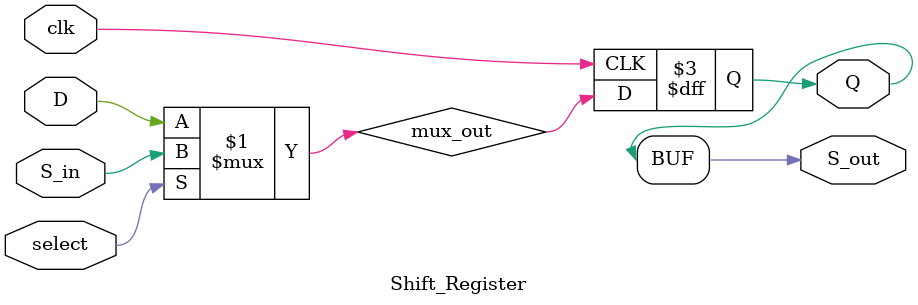
<source format=v>
module Shift_Register (
    input wire D,          // data input
    input wire S_in,       // shift input
    input wire clk,        // clk input
    input wire select,     // multiplexer selection signal
    output reg Q,          // register output
    output wire S_out      // shift output
);

    // Choice of multiplexer between  D , S_in
    wire mux_out;
    assign mux_out = (select) ? S_in : D;

    // flip flop along with clk
    always @(posedge clk) begin
        Q <= mux_out;
    end

    // shift output
    assign S_out = Q;

endmodule
</source>
